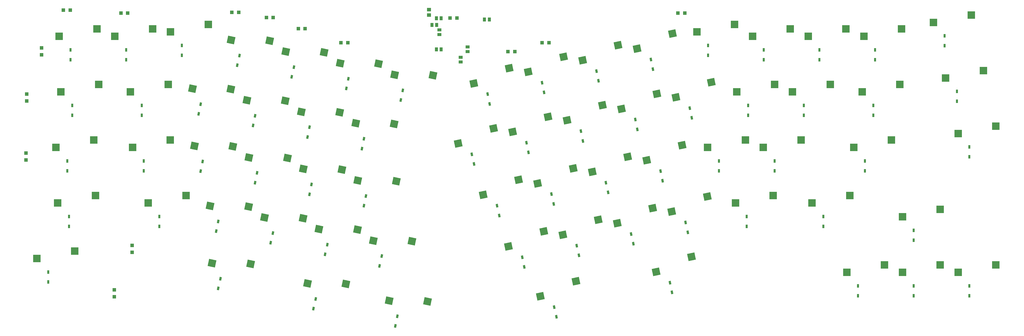
<source format=gbr>
%TF.GenerationSoftware,KiCad,Pcbnew,(6.0.7)*%
%TF.CreationDate,2022-10-19T12:52:43-04:00*%
%TF.ProjectId,main-keyboard-pcb,6d61696e-2d6b-4657-9962-6f6172642d70,1.0*%
%TF.SameCoordinates,Original*%
%TF.FileFunction,Paste,Bot*%
%TF.FilePolarity,Positive*%
%FSLAX46Y46*%
G04 Gerber Fmt 4.6, Leading zero omitted, Abs format (unit mm)*
G04 Created by KiCad (PCBNEW (6.0.7)) date 2022-10-19 12:52:43*
%MOMM*%
%LPD*%
G01*
G04 APERTURE LIST*
G04 Aperture macros list*
%AMRotRect*
0 Rectangle, with rotation*
0 The origin of the aperture is its center*
0 $1 length*
0 $2 width*
0 $3 Rotation angle, in degrees counterclockwise*
0 Add horizontal line*
21,1,$1,$2,0,0,$3*%
G04 Aperture macros list end*
%ADD10R,2.550000X2.500000*%
%ADD11RotRect,2.550000X2.500000X348.000000*%
%ADD12RotRect,2.550000X2.500000X12.000000*%
%ADD13R,1.150000X1.150000*%
%ADD14RotRect,0.750000X1.200000X348.000000*%
%ADD15RotRect,0.750000X1.200000X12.000000*%
%ADD16R,0.750000X1.200000*%
%ADD17R,1.020000X1.470000*%
%ADD18R,1.470000X1.020000*%
%ADD19R,1.450000X1.150000*%
G04 APERTURE END LIST*
D10*
%TO.C,SW52*%
X288711650Y-112103633D03*
X301638650Y-109563633D03*
%TD*%
D11*
%TO.C,SW16*%
X121020628Y-114970649D03*
X134193238Y-115173828D03*
%TD*%
%TO.C,SW20*%
X139654338Y-118931376D03*
X152826948Y-119134555D03*
%TD*%
D12*
%TO.C,SW44*%
X257831272Y-135559615D03*
X269947691Y-130387446D03*
%TD*%
%TO.C,SW42*%
X235934667Y-101262682D03*
X248051086Y-96090513D03*
%TD*%
%TO.C,SW47*%
X254568378Y-97301964D03*
X266684797Y-92129795D03*
%TD*%
D10*
%TO.C,SW58*%
X326326599Y-174016136D03*
X339253599Y-171476136D03*
%TD*%
%TO.C,SW1*%
X56791650Y-93053633D03*
X69718650Y-90513633D03*
%TD*%
%TO.C,SW3*%
X55707900Y-131153633D03*
X68634900Y-128613633D03*
%TD*%
%TO.C,SW10*%
X94891650Y-91553248D03*
X107818650Y-89013248D03*
%TD*%
D12*
%TO.C,SW31*%
X201930137Y-147441768D03*
X214046556Y-142269599D03*
%TD*%
D11*
%TO.C,SW27*%
X164341796Y-163130065D03*
X177514406Y-163333244D03*
%TD*%
D12*
%TO.C,SW38*%
X217300955Y-105223399D03*
X229417374Y-100051230D03*
%TD*%
%TO.C,SW40*%
X239197560Y-139520333D03*
X251313979Y-134348164D03*
%TD*%
%TO.C,SW39*%
X230578439Y-121876781D03*
X242694858Y-116704612D03*
%TD*%
D10*
%TO.C,SW57*%
X328707900Y-131153633D03*
X341634900Y-128613633D03*
%TD*%
%TO.C,SW62*%
X345376599Y-174016136D03*
X358303599Y-171476136D03*
%TD*%
D12*
%TO.C,SW30*%
X193311016Y-129798216D03*
X205427435Y-124626047D03*
%TD*%
D11*
%TO.C,SW23*%
X141747359Y-177803025D03*
X154919969Y-178006205D03*
%TD*%
D10*
%TO.C,SW9*%
X87251650Y-150203633D03*
X100178650Y-147663633D03*
%TD*%
%TO.C,SW60*%
X331581650Y-112103633D03*
X344508650Y-109563633D03*
%TD*%
%TO.C,SW2*%
X57391650Y-112103633D03*
X70318650Y-109563633D03*
%TD*%
D12*
%TO.C,SW43*%
X249212151Y-117916063D03*
X261328570Y-112743894D03*
%TD*%
%TO.C,SW34*%
X211944727Y-125837498D03*
X224061146Y-120665329D03*
%TD*%
D10*
%TO.C,SW67*%
X364426599Y-174016136D03*
X377353599Y-171476136D03*
%TD*%
D11*
%TO.C,SW22*%
X145708086Y-159169338D03*
X158880696Y-159372517D03*
%TD*%
%TO.C,SW18*%
X127074377Y-155208611D03*
X140246987Y-155411790D03*
%TD*%
%TO.C,SW25*%
X158288048Y-122892103D03*
X171460658Y-123095282D03*
%TD*%
D10*
%TO.C,SW7*%
X81201650Y-112103633D03*
X94128650Y-109563633D03*
%TD*%
D12*
%TO.C,SW41*%
X247816681Y-157163885D03*
X259933100Y-151991716D03*
%TD*%
D11*
%TO.C,SW14*%
X109138368Y-170871773D03*
X122310978Y-171074952D03*
%TD*%
D12*
%TO.C,SW36*%
X229182970Y-161124602D03*
X241299389Y-155952433D03*
%TD*%
D10*
%TO.C,SW51*%
X275021650Y-91553248D03*
X287948650Y-89013248D03*
%TD*%
%TO.C,SW54*%
X314420419Y-150203631D03*
X327347419Y-147663631D03*
%TD*%
%TO.C,SW63*%
X332171650Y-93053633D03*
X345098650Y-90513633D03*
%TD*%
D11*
%TO.C,SW19*%
X134298287Y-98317298D03*
X147470897Y-98520477D03*
%TD*%
D10*
%TO.C,SW55*%
X294071650Y-93053633D03*
X306998650Y-90513633D03*
%TD*%
%TO.C,SW53*%
X297751650Y-131153633D03*
X310678650Y-128613633D03*
%TD*%
%TO.C,SW50*%
X288226669Y-150203631D03*
X301153669Y-147663631D03*
%TD*%
D11*
%TO.C,SW28*%
X169697933Y-183744094D03*
X182870543Y-183947273D03*
%TD*%
D12*
%TO.C,SW45*%
X266450393Y-153203167D03*
X278566812Y-148030998D03*
%TD*%
D10*
%TO.C,SW49*%
X278701650Y-131153633D03*
X291628650Y-128613633D03*
%TD*%
%TO.C,SW5*%
X49161650Y-169253633D03*
X62088650Y-166713633D03*
%TD*%
%TO.C,SW61*%
X345376599Y-154966136D03*
X358303599Y-152426136D03*
%TD*%
%TO.C,SW8*%
X81901650Y-131153633D03*
X94828650Y-128613633D03*
%TD*%
D11*
%TO.C,SW26*%
X158985715Y-142515997D03*
X172158325Y-142719176D03*
%TD*%
D12*
%TO.C,SW37*%
X221497644Y-182233730D03*
X233614062Y-177061561D03*
%TD*%
D11*
%TO.C,SW13*%
X108440667Y-151247885D03*
X121613277Y-151451064D03*
%TD*%
D10*
%TO.C,SW59*%
X313121650Y-93053633D03*
X326048650Y-90513633D03*
%TD*%
%TO.C,SW66*%
X364426599Y-126391152D03*
X377353599Y-123851152D03*
%TD*%
%TO.C,SW4*%
X56295400Y-150203633D03*
X69222400Y-147663633D03*
%TD*%
D11*
%TO.C,SW11*%
X102386918Y-111009923D03*
X115559528Y-111213102D03*
%TD*%
%TO.C,SW21*%
X140352005Y-138555270D03*
X153524615Y-138758449D03*
%TD*%
D10*
%TO.C,SW65*%
X360156650Y-107341149D03*
X373083650Y-104801149D03*
%TD*%
D12*
%TO.C,SW32*%
X210549258Y-165085320D03*
X222665677Y-159913151D03*
%TD*%
D11*
%TO.C,SW12*%
X103084585Y-130633816D03*
X116257195Y-130836995D03*
%TD*%
D10*
%TO.C,SW64*%
X355984192Y-88291142D03*
X368911192Y-85751142D03*
%TD*%
D12*
%TO.C,SW46*%
X261094280Y-173817218D03*
X273210699Y-168645049D03*
%TD*%
D11*
%TO.C,SW17*%
X121718295Y-134594543D03*
X134890905Y-134797722D03*
%TD*%
D12*
%TO.C,SW35*%
X220563848Y-143481050D03*
X232680267Y-138308881D03*
%TD*%
%TO.C,SW48*%
X267845863Y-113955345D03*
X279962282Y-108783176D03*
%TD*%
D11*
%TO.C,SW29*%
X171565711Y-106238733D03*
X184738321Y-106441912D03*
%TD*%
D10*
%TO.C,SW56*%
X307761650Y-112103633D03*
X320688650Y-109563633D03*
%TD*%
D11*
%TO.C,SW24*%
X152931999Y-102278016D03*
X166104609Y-102481195D03*
%TD*%
%TO.C,SW15*%
X115664576Y-94356580D03*
X128837186Y-94559759D03*
%TD*%
D12*
%TO.C,SW33*%
X198667243Y-109184117D03*
X210783662Y-104011948D03*
%TD*%
D10*
%TO.C,SW6*%
X75841650Y-93053633D03*
X88768650Y-90513633D03*
%TD*%
D13*
%TO.C,R16*%
X80264000Y-85090000D03*
X77914000Y-85090000D03*
%TD*%
D14*
%TO.C,D25*%
X160400181Y-131535288D03*
X161107081Y-128209586D03*
%TD*%
D15*
%TO.C,D46*%
X266536802Y-180855010D03*
X265829902Y-177529308D03*
%TD*%
D16*
%TO.C,D59*%
X316981650Y-101068633D03*
X316981650Y-97668633D03*
%TD*%
D14*
%TO.C,D13*%
X110552800Y-159891070D03*
X111259700Y-156565368D03*
%TD*%
D16*
%TO.C,D7*%
X85061650Y-120118633D03*
X85061650Y-116718633D03*
%TD*%
D14*
%TO.C,D18*%
X129186510Y-163851796D03*
X129893410Y-160526094D03*
%TD*%
D13*
%TO.C,R11*%
X45720000Y-115221000D03*
X45720000Y-112871000D03*
%TD*%
D16*
%TO.C,D2*%
X61251650Y-120118633D03*
X61251650Y-116718633D03*
%TD*%
D14*
%TO.C,D26*%
X161097848Y-151159182D03*
X161804748Y-147833480D03*
%TD*%
D13*
%TO.C,R14*%
X75692000Y-182372000D03*
X75692000Y-180022000D03*
%TD*%
D16*
%TO.C,D67*%
X368286599Y-182031136D03*
X368286599Y-178631136D03*
%TD*%
D15*
%TO.C,D41*%
X253259188Y-164201680D03*
X252552288Y-160875978D03*
%TD*%
D13*
%TO.C,R23*%
X212757000Y-98298000D03*
X210407000Y-98298000D03*
%TD*%
D17*
%TO.C,C14*%
X185890000Y-86868000D03*
X187490000Y-86868000D03*
%TD*%
D16*
%TO.C,D57*%
X332567900Y-139168633D03*
X332567900Y-135768633D03*
%TD*%
D14*
%TO.C,D16*%
X123132761Y-123613834D03*
X123839661Y-120288132D03*
%TD*%
D13*
%TO.C,R13*%
X81788000Y-167132000D03*
X81788000Y-164782000D03*
%TD*%
D14*
%TO.C,D17*%
X123830428Y-143237728D03*
X124537328Y-139912026D03*
%TD*%
D16*
%TO.C,D8*%
X85761650Y-139168633D03*
X85761650Y-135768633D03*
%TD*%
D15*
%TO.C,D36*%
X234625477Y-168162397D03*
X233918577Y-164836695D03*
%TD*%
D16*
%TO.C,D64*%
X359844192Y-96306142D03*
X359844192Y-92906142D03*
%TD*%
D14*
%TO.C,D29*%
X173677844Y-114881918D03*
X174384744Y-111556216D03*
%TD*%
D16*
%TO.C,D62*%
X349236599Y-182031136D03*
X349236599Y-178631136D03*
%TD*%
D15*
%TO.C,D33*%
X204109750Y-116221912D03*
X203402850Y-112896210D03*
%TD*%
D14*
%TO.C,D12*%
X105196718Y-139277001D03*
X105903618Y-135951299D03*
%TD*%
D13*
%TO.C,R24*%
X222091000Y-95250000D03*
X224441000Y-95250000D03*
%TD*%
D15*
%TO.C,D45*%
X271892900Y-160240962D03*
X271186000Y-156915260D03*
%TD*%
D14*
%TO.C,D23*%
X143859493Y-186446233D03*
X144566393Y-183120531D03*
%TD*%
D18*
%TO.C,C1*%
X194170000Y-101866000D03*
X194170000Y-100246000D03*
%TD*%
D13*
%TO.C,R1*%
X190575000Y-86750000D03*
X192925000Y-86750000D03*
%TD*%
D14*
%TO.C,D15*%
X117776709Y-102999765D03*
X118483609Y-99674063D03*
%TD*%
D17*
%TO.C,C4*%
X202360000Y-87306000D03*
X203980000Y-87306000D03*
%TD*%
D16*
%TO.C,D51*%
X278881650Y-99568248D03*
X278881650Y-96168248D03*
%TD*%
D14*
%TO.C,D11*%
X104499051Y-119653108D03*
X105205951Y-116327406D03*
%TD*%
D15*
%TO.C,D42*%
X241377174Y-108300477D03*
X240670274Y-104974775D03*
%TD*%
D16*
%TO.C,D49*%
X282561650Y-139168633D03*
X282561650Y-135768633D03*
%TD*%
D15*
%TO.C,D40*%
X244640067Y-146558128D03*
X243933167Y-143232426D03*
%TD*%
D13*
%TO.C,R20*%
X155607000Y-95250000D03*
X153257000Y-95250000D03*
%TD*%
D15*
%TO.C,D34*%
X217387234Y-132875293D03*
X216680334Y-129549591D03*
%TD*%
%TO.C,D32*%
X215991765Y-172123115D03*
X215284865Y-168797413D03*
%TD*%
D16*
%TO.C,D65*%
X364016650Y-115356149D03*
X364016650Y-111956149D03*
%TD*%
D18*
%TO.C,C6*%
X186944000Y-92494000D03*
X186944000Y-90894000D03*
%TD*%
D14*
%TO.C,D19*%
X136410420Y-106960483D03*
X137117320Y-103634781D03*
%TD*%
D15*
%TO.C,D30*%
X198753523Y-136836011D03*
X198046623Y-133510309D03*
%TD*%
D16*
%TO.C,D56*%
X311621650Y-120118633D03*
X311621650Y-116718633D03*
%TD*%
%TO.C,D4*%
X60155400Y-158218633D03*
X60155400Y-154818633D03*
%TD*%
%TO.C,D55*%
X297931650Y-101068633D03*
X297931650Y-97668633D03*
%TD*%
D15*
%TO.C,D37*%
X226940166Y-189271522D03*
X226233266Y-185945820D03*
%TD*%
D14*
%TO.C,D28*%
X171810066Y-192387279D03*
X172516966Y-189061577D03*
%TD*%
D16*
%TO.C,D54*%
X318280419Y-158218631D03*
X318280419Y-154818631D03*
%TD*%
D13*
%TO.C,R17*%
X118269000Y-84836000D03*
X115919000Y-84836000D03*
%TD*%
D14*
%TO.C,D27*%
X166453929Y-171773250D03*
X167160829Y-168447548D03*
%TD*%
D16*
%TO.C,D5*%
X53021650Y-177268633D03*
X53021650Y-173868633D03*
%TD*%
D15*
%TO.C,D38*%
X222743462Y-112261194D03*
X222036562Y-108935492D03*
%TD*%
%TO.C,D31*%
X207372644Y-154479563D03*
X206665744Y-151153861D03*
%TD*%
D14*
%TO.C,D22*%
X147820219Y-167812523D03*
X148527119Y-164486821D03*
%TD*%
D15*
%TO.C,D43*%
X254654658Y-124953858D03*
X253947758Y-121628156D03*
%TD*%
D13*
%TO.C,R19*%
X140970000Y-90424000D03*
X138620000Y-90424000D03*
%TD*%
D15*
%TO.C,D48*%
X273288370Y-120993140D03*
X272581470Y-117667438D03*
%TD*%
D14*
%TO.C,D14*%
X111250501Y-179514958D03*
X111957401Y-176189256D03*
%TD*%
D13*
%TO.C,R15*%
X60611000Y-84074000D03*
X58261000Y-84074000D03*
%TD*%
%TO.C,R26*%
X268573000Y-85090000D03*
X270923000Y-85090000D03*
%TD*%
D16*
%TO.C,D52*%
X292571650Y-120118633D03*
X292571650Y-116718633D03*
%TD*%
D14*
%TO.C,D24*%
X155044132Y-110921201D03*
X155751032Y-107595499D03*
%TD*%
D16*
%TO.C,D6*%
X79701650Y-101068633D03*
X79701650Y-97668633D03*
%TD*%
D13*
%TO.C,R12*%
X45466000Y-135446000D03*
X45466000Y-133096000D03*
%TD*%
D16*
%TO.C,D9*%
X91111650Y-158218633D03*
X91111650Y-154818633D03*
%TD*%
D13*
%TO.C,R18*%
X130048000Y-86614000D03*
X127698000Y-86614000D03*
%TD*%
%TO.C,R10*%
X50800000Y-99378000D03*
X50800000Y-97028000D03*
%TD*%
D16*
%TO.C,D3*%
X59567900Y-139168633D03*
X59567900Y-135768633D03*
%TD*%
D15*
%TO.C,D39*%
X236020946Y-128914576D03*
X235314046Y-125588874D03*
%TD*%
D16*
%TO.C,D61*%
X349236599Y-162981136D03*
X349236599Y-159581136D03*
%TD*%
%TO.C,D66*%
X368286599Y-134406152D03*
X368286599Y-131006152D03*
%TD*%
%TO.C,D60*%
X335441650Y-120118633D03*
X335441650Y-116718633D03*
%TD*%
%TO.C,D58*%
X330186599Y-182031136D03*
X330186599Y-178631136D03*
%TD*%
%TO.C,D50*%
X292086669Y-158218631D03*
X292086669Y-154818631D03*
%TD*%
D19*
%TO.C,C2*%
X183388000Y-85736000D03*
X183388000Y-83936000D03*
%TD*%
D18*
%TO.C,C11*%
X196596000Y-98336000D03*
X196596000Y-96736000D03*
%TD*%
D16*
%TO.C,D63*%
X336031650Y-101068633D03*
X336031650Y-97668633D03*
%TD*%
%TO.C,D10*%
X98751650Y-99568248D03*
X98751650Y-96168248D03*
%TD*%
D15*
%TO.C,D47*%
X260010885Y-104339759D03*
X259303985Y-101014057D03*
%TD*%
%TO.C,D35*%
X226006355Y-150518845D03*
X225299455Y-147193143D03*
%TD*%
%TO.C,D44*%
X263273779Y-142597410D03*
X262566879Y-139271708D03*
%TD*%
D17*
%TO.C,C10*%
X187528000Y-97536000D03*
X185928000Y-97536000D03*
%TD*%
D14*
%TO.C,D20*%
X141766471Y-127574561D03*
X142473371Y-124248859D03*
%TD*%
D16*
%TO.C,D1*%
X60651650Y-101068633D03*
X60651650Y-97668633D03*
%TD*%
D14*
%TO.C,D21*%
X142464138Y-147198455D03*
X143171038Y-143872753D03*
%TD*%
D16*
%TO.C,D53*%
X301611650Y-139168633D03*
X301611650Y-135768633D03*
%TD*%
D17*
%TO.C,C5*%
X184366000Y-89154000D03*
X185966000Y-89154000D03*
%TD*%
M02*

</source>
